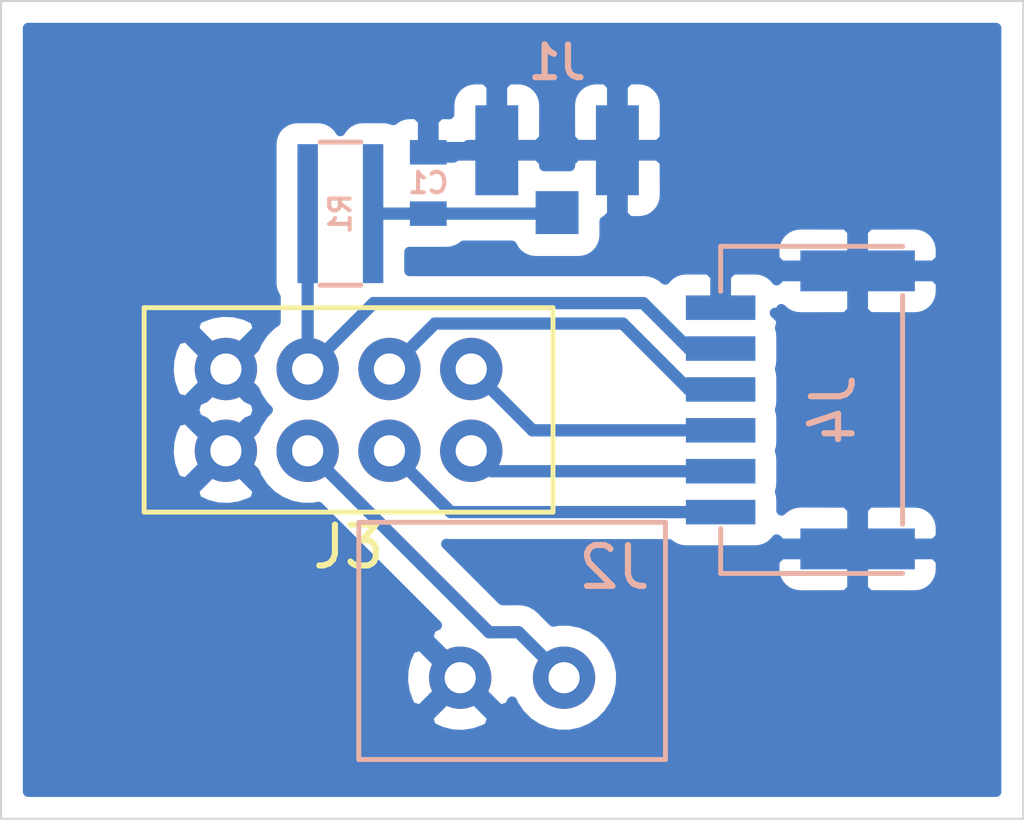
<source format=kicad_pcb>
(kicad_pcb (version 20171130) (host pcbnew "(5.1.6)-1")

  (general
    (thickness 1.6)
    (drawings 4)
    (tracks 20)
    (zones 0)
    (modules 6)
    (nets 9)
  )

  (page A4)
  (layers
    (0 F.Cu signal)
    (31 B.Cu signal)
    (32 B.Adhes user)
    (33 F.Adhes user)
    (34 B.Paste user)
    (35 F.Paste user)
    (36 B.SilkS user)
    (37 F.SilkS user)
    (38 B.Mask user)
    (39 F.Mask user)
    (40 Dwgs.User user)
    (41 Cmts.User user)
    (42 Eco1.User user)
    (43 Eco2.User user)
    (44 Edge.Cuts user)
    (45 Margin user)
    (46 B.CrtYd user)
    (47 F.CrtYd user)
    (48 B.Fab user)
    (49 F.Fab user)
  )

  (setup
    (last_trace_width 0.25)
    (user_trace_width 0.3)
    (trace_clearance 0.2)
    (zone_clearance 0.508)
    (zone_45_only no)
    (trace_min 0.2)
    (via_size 0.8)
    (via_drill 0.4)
    (via_min_size 0.4)
    (via_min_drill 0.3)
    (uvia_size 0.3)
    (uvia_drill 0.1)
    (uvias_allowed no)
    (uvia_min_size 0.2)
    (uvia_min_drill 0.1)
    (edge_width 0.05)
    (segment_width 0.2)
    (pcb_text_width 0.3)
    (pcb_text_size 1.5 1.5)
    (mod_edge_width 0.12)
    (mod_text_size 1 1)
    (mod_text_width 0.15)
    (pad_size 1 2.8)
    (pad_drill 0)
    (pad_to_mask_clearance 0.05)
    (aux_axis_origin 0 0)
    (visible_elements 7FFFFFFF)
    (pcbplotparams
      (layerselection 0x010fc_ffffffff)
      (usegerberextensions false)
      (usegerberattributes true)
      (usegerberadvancedattributes true)
      (creategerberjobfile true)
      (excludeedgelayer true)
      (linewidth 0.100000)
      (plotframeref false)
      (viasonmask false)
      (mode 1)
      (useauxorigin false)
      (hpglpennumber 1)
      (hpglpenspeed 20)
      (hpglpendiameter 15.000000)
      (psnegative false)
      (psa4output false)
      (plotreference true)
      (plotvalue true)
      (plotinvisibletext false)
      (padsonsilk false)
      (subtractmaskfromsilk false)
      (outputformat 1)
      (mirror false)
      (drillshape 1)
      (scaleselection 1)
      (outputdirectory ""))
  )

  (net 0 "")
  (net 1 "Net-(C1-Pad1)")
  (net 2 GND)
  (net 3 /Photodiode)
  (net 4 /CLK)
  (net 5 +5V)
  (net 6 +3V3)
  (net 7 /LE)
  (net 8 /DATA)

  (net_class Default "This is the default net class."
    (clearance 0.2)
    (trace_width 0.25)
    (via_dia 0.8)
    (via_drill 0.4)
    (uvia_dia 0.3)
    (uvia_drill 0.1)
    (add_net +3V3)
    (add_net +5V)
    (add_net /CLK)
    (add_net /DATA)
    (add_net /LE)
    (add_net /Photodiode)
    (add_net GND)
    (add_net "Net-(C1-Pad1)")
  )

  (module DiaSense_Connectors:U.FL (layer B.Cu) (tedit 605C94A6) (tstamp 6008E09C)
    (at 213.6 83.65 180)
    (path /6008B437)
    (fp_text reference J1 (at 0 2.15) (layer B.SilkS)
      (effects (font (size 0.8 0.8) (thickness 0.15)) (justify mirror))
    )
    (fp_text value Coax_L (at 0 -2.95) (layer B.Fab)
      (effects (font (size 1 1) (thickness 0.15)) (justify mirror))
    )
    (fp_line (start -2.1 2.15) (end 2.1 2.15) (layer B.CrtYd) (width 0.12))
    (fp_line (start 2.1 2.15) (end 2.1 -2.15) (layer B.CrtYd) (width 0.12))
    (fp_line (start 2.1 -2.15) (end 0.65 -2.15) (layer B.CrtYd) (width 0.12))
    (fp_line (start -2.1 2.15) (end -2.1 -2.15) (layer B.CrtYd) (width 0.12))
    (fp_line (start -2.1 -2.15) (end -0.65 -2.15) (layer B.CrtYd) (width 0.12))
    (pad 1 smd rect (at 0 -1.525 180) (size 1.05 1.05) (layers B.Cu B.Paste B.Mask)
      (net 1 "Net-(C1-Pad1)"))
    (pad 2 smd rect (at 1.475 0 180) (size 1.05 2.2) (layers B.Cu B.Paste B.Mask)
      (net 2 GND))
    (pad 2 smd rect (at -1.475 0 180) (size 1.05 2.2) (layers B.Cu B.Paste B.Mask)
      (net 2 GND))
    (model "C:/Users/Hans Kristian/Desktop/Projects/KiCAD_3D/U.FL.STEP"
      (at (xyz 0 0 0))
      (scale (xyz 1 1 1))
      (rotate (xyz -90 0 -90))
    )
  )

  (module DiaSense_Connectors:BM06B (layer B.Cu) (tedit 605C8C69) (tstamp 605BE050)
    (at 218.45 90 90)
    (path /605BC57F)
    (fp_text reference J4 (at 0 1.9 90) (layer B.SilkS)
      (effects (font (size 1 1) (thickness 0.15)) (justify mirror))
    )
    (fp_text value BM06B (at 0 -2.7 90) (layer B.Fab)
      (effects (font (size 1 1) (thickness 0.15)) (justify mirror))
    )
    (fp_line (start 4 -0.85) (end 4 3.6) (layer B.SilkS) (width 0.12))
    (fp_line (start 2.9 -0.85) (end 4 -0.85) (layer B.SilkS) (width 0.12))
    (fp_line (start 2.8 3.6) (end -2.8 3.6) (layer B.SilkS) (width 0.12))
    (fp_line (start -4 -0.85) (end -4 3.6) (layer B.SilkS) (width 0.12))
    (fp_line (start -4 -0.85) (end -2.9 -0.85) (layer B.SilkS) (width 0.12))
    (pad "" smd rect (at -3.4 2.5 90) (size 1 2.8) (layers B.Cu B.Paste B.Mask)
      (net 2 GND))
    (pad "" smd rect (at 3.4 2.5 90) (size 1 2.8) (layers B.Cu B.Paste B.Mask)
      (net 2 GND))
    (pad 6 smd rect (at 2.5 -0.85 90) (size 0.6 1.7) (layers B.Cu B.Paste B.Mask)
      (net 2 GND))
    (pad 5 smd rect (at 1.5 -0.85 90) (size 0.6 1.7) (layers B.Cu B.Paste B.Mask)
      (net 6 +3V3))
    (pad 4 smd rect (at 0.5 -0.85 90) (size 0.6 1.7) (layers B.Cu B.Paste B.Mask)
      (net 7 /LE))
    (pad 3 smd rect (at -0.5 -0.85 90) (size 0.6 1.7) (layers B.Cu B.Paste B.Mask)
      (net 8 /DATA))
    (pad 2 smd rect (at -1.5 -0.85 90) (size 0.6 1.7) (layers B.Cu B.Paste B.Mask)
      (net 4 /CLK))
    (pad 1 smd rect (at -2.5 -0.85 90) (size 0.6 1.7) (layers B.Cu B.Paste B.Mask)
      (net 5 +5V))
    (model "C:/Users/Hans Kristian/Desktop/Projects/KiCAD_3D/BM06B-NSHSS.STEP"
      (offset (xyz 0 1.5 0))
      (scale (xyz 1 1 1))
      (rotate (xyz -90 0 180))
    )
  )

  (module DiaSense_Connectors:B8B (layer F.Cu) (tedit 605C6B3B) (tstamp 605BE598)
    (at 208.5 90 180)
    (path /605B9FF4)
    (fp_text reference J3 (at 0 -3.35) (layer F.SilkS)
      (effects (font (size 1 1) (thickness 0.15)))
    )
    (fp_text value B8B (at 0 3.45) (layer F.Fab)
      (effects (font (size 1 1) (thickness 0.15)))
    )
    (fp_line (start 5 -2.5) (end 5 2.5) (layer F.SilkS) (width 0.12))
    (fp_line (start -5 -2.5) (end -5 2.5) (layer F.SilkS) (width 0.12))
    (fp_line (start -5 2.5) (end 5 2.5) (layer F.SilkS) (width 0.12))
    (fp_line (start 5 -2.5) (end -5 -2.5) (layer F.SilkS) (width 0.12))
    (pad 8 thru_hole circle (at 3 1 180) (size 1.524 1.524) (drill 0.762) (layers *.Cu *.Mask)
      (net 2 GND))
    (pad 7 thru_hole circle (at 1 1 180) (size 1.524 1.524) (drill 0.762) (layers *.Cu *.Mask)
      (net 6 +3V3))
    (pad 6 thru_hole circle (at -1 1 180) (size 1.524 1.524) (drill 0.762) (layers *.Cu *.Mask)
      (net 7 /LE))
    (pad 5 thru_hole circle (at -3 1 180) (size 1.524 1.524) (drill 0.762) (layers *.Cu *.Mask)
      (net 8 /DATA))
    (pad 4 thru_hole circle (at 3 -1 180) (size 1.524 1.524) (drill 0.762) (layers *.Cu *.Mask)
      (net 2 GND))
    (pad 3 thru_hole circle (at 1 -1 180) (size 1.524 1.524) (drill 0.762) (layers *.Cu *.Mask)
      (net 3 /Photodiode))
    (pad 2 thru_hole circle (at -1 -1 180) (size 1.524 1.524) (drill 0.762) (layers *.Cu *.Mask)
      (net 5 +5V))
    (pad 1 thru_hole circle (at -3 -1 180) (size 1.524 1.524) (drill 0.762) (layers *.Cu *.Mask)
      (net 4 /CLK))
    (model "C:/Users/Hans Kristian/Desktop/Projects/KiCAD_3D/B8B-PHDSS.STEP"
      (offset (xyz 0 0 0.05))
      (scale (xyz 1 1 1))
      (rotate (xyz -90 0 0))
    )
  )

  (module DiaSense_Resistors:1632_R (layer B.Cu) (tedit 605C6B67) (tstamp 605CB628)
    (at 208.3 85.2 270)
    (path /60091304)
    (fp_text reference R1 (at 0 0 270) (layer B.SilkS)
      (effects (font (size 0.5 0.5) (thickness 0.1)) (justify mirror))
    )
    (fp_text value 1R (at 0 -1.8 270) (layer B.Fab)
      (effects (font (size 1 1) (thickness 0.15)) (justify mirror))
    )
    (fp_line (start 1.75 0.5) (end 1.75 -0.5) (layer B.SilkS) (width 0.12))
    (fp_line (start -1.75 0.5) (end -1.75 -0.5) (layer B.SilkS) (width 0.12))
    (pad 2 smd rect (at 0 -0.8 90) (size 3.4 0.5) (layers B.Cu B.Paste B.Mask)
      (net 1 "Net-(C1-Pad1)"))
    (pad 1 smd rect (at 0 0.8 90) (size 3.4 0.5) (layers B.Cu B.Paste B.Mask)
      (net 6 +3V3))
    (model "C:/Users/Hans Kristian/Desktop/Projects/KiCAD_3D/SMD_1632_R.STEP"
      (at (xyz 0 0 0))
      (scale (xyz 1 1 1))
      (rotate (xyz -90 0 0))
    )
  )

  (module DiaSense_Connectors:JST_2_pin (layer B.Cu) (tedit 605C5E73) (tstamp 6008E0A6)
    (at 212.5 96.55 180)
    (path /6009CE7C)
    (fp_text reference J2 (at -2.5 2.7) (layer B.SilkS)
      (effects (font (size 1 1) (thickness 0.15)) (justify mirror))
    )
    (fp_text value JST_2 (at 0 -2.95) (layer B.Fab)
      (effects (font (size 1 1) (thickness 0.15)) (justify mirror))
    )
    (fp_line (start -3.75 3.8) (end 3.75 3.8) (layer B.SilkS) (width 0.12))
    (fp_line (start -3.75 -2) (end 3.75 -2) (layer B.SilkS) (width 0.12))
    (fp_line (start -3.75 3.8) (end -3.75 -2) (layer B.SilkS) (width 0.12))
    (fp_line (start 3.75 -2) (end 3.75 3.8) (layer B.SilkS) (width 0.12))
    (pad 2 thru_hole circle (at 1.27 0 180) (size 1.524 1.524) (drill 0.762) (layers *.Cu *.Mask)
      (net 2 GND))
    (pad 1 thru_hole circle (at -1.27 0 180) (size 1.524 1.524) (drill 0.762) (layers *.Cu *.Mask)
      (net 3 /Photodiode))
    (model "C:/Users/Hans Kristian/Desktop/Projects/KiCAD_3D/JST_2pin.STEP"
      (offset (xyz 0 0 0.1))
      (scale (xyz 1 1 1))
      (rotate (xyz -90 0 0))
    )
  )

  (module DiaSense_Capacitors:SMD_1608_C (layer B.Cu) (tedit 605C97F5) (tstamp 605BE007)
    (at 210.45 84.45)
    (path /605CB17F)
    (fp_text reference C1 (at 0 0) (layer B.SilkS)
      (effects (font (size 0.5 0.5) (thickness 0.1)) (justify mirror))
    )
    (fp_text value 1uF (at 0 -1.5) (layer B.Fab)
      (effects (font (size 0.5 0.5) (thickness 0.1)) (justify mirror))
    )
    (pad 2 smd rect (at 0 -0.75) (size 0.9 0.6) (layers B.Cu B.Paste B.Mask)
      (net 2 GND))
    (pad 1 smd rect (at 0 0.75) (size 0.9 0.6) (layers B.Cu B.Paste B.Mask)
      (net 1 "Net-(C1-Pad1)"))
    (model "C:/Users/Hans Kristian/Desktop/Projects/KiCAD_3D/SMD_1608_C.STEP"
      (at (xyz 0 0 0))
      (scale (xyz 1 1 1))
      (rotate (xyz -90 0 0))
    )
  )

  (gr_line (start 225 100) (end 225 80) (layer Edge.Cuts) (width 0.05) (tstamp 6008E1B7))
  (gr_line (start 200 100) (end 225 100) (layer Edge.Cuts) (width 0.05))
  (gr_line (start 200 80) (end 225 80) (layer Edge.Cuts) (width 0.05))
  (gr_line (start 200 80) (end 200 100) (layer Edge.Cuts) (width 0.05))

  (segment (start 209.1 85.2) (end 210.45 85.2) (width 0.3) (layer B.Cu) (net 1))
  (segment (start 210.45 85.2) (end 213.6 85.2) (width 0.3) (layer B.Cu) (net 1))
  (segment (start 211.937999 95.437999) (end 207.5 91) (width 0.3) (layer B.Cu) (net 3))
  (segment (start 212.657999 95.437999) (end 211.937999 95.437999) (width 0.3) (layer B.Cu) (net 3))
  (segment (start 213.77 96.55) (end 212.657999 95.437999) (width 0.3) (layer B.Cu) (net 3))
  (segment (start 212 91.5) (end 217.6 91.5) (width 0.3) (layer B.Cu) (net 4))
  (segment (start 211.5 91) (end 212 91.5) (width 0.3) (layer B.Cu) (net 4))
  (segment (start 211 92.5) (end 217.6 92.5) (width 0.3) (layer B.Cu) (net 5))
  (segment (start 209.5 91) (end 211 92.5) (width 0.3) (layer B.Cu) (net 5))
  (segment (start 207.5 89) (end 207.5 85.2) (width 0.3) (layer B.Cu) (net 6))
  (segment (start 216.819998 88.5) (end 217.6 88.5) (width 0.3) (layer B.Cu) (net 6))
  (segment (start 215.707987 87.387989) (end 216.819998 88.5) (width 0.3) (layer B.Cu) (net 6))
  (segment (start 209.112011 87.387989) (end 215.707987 87.387989) (width 0.3) (layer B.Cu) (net 6))
  (segment (start 207.5 89) (end 209.112011 87.387989) (width 0.3) (layer B.Cu) (net 6))
  (segment (start 210.612001 87.887999) (end 215.207997 87.887999) (width 0.3) (layer B.Cu) (net 7))
  (segment (start 216.819998 89.5) (end 217.6 89.5) (width 0.3) (layer B.Cu) (net 7))
  (segment (start 215.207997 87.887999) (end 216.819998 89.5) (width 0.3) (layer B.Cu) (net 7))
  (segment (start 209.5 89) (end 210.612001 87.887999) (width 0.3) (layer B.Cu) (net 7))
  (segment (start 213 90.5) (end 217.6 90.5) (width 0.3) (layer B.Cu) (net 8))
  (segment (start 211.5 89) (end 213 90.5) (width 0.3) (layer B.Cu) (net 8))

  (zone (net 2) (net_name GND) (layer B.Cu) (tstamp 0) (hatch edge 0.508)
    (connect_pads (clearance 0.508))
    (min_thickness 0.254)
    (fill yes (arc_segments 32) (thermal_gap 0.508) (thermal_bridge_width 0.508))
    (polygon
      (pts
        (xy 225 100) (xy 200 100) (xy 200 80) (xy 225 80)
      )
    )
    (filled_polygon
      (pts
        (xy 224.34 99.34) (xy 200.66 99.34) (xy 200.66 97.515565) (xy 210.44404 97.515565) (xy 210.51102 97.755656)
        (xy 210.760048 97.872756) (xy 211.027135 97.939023) (xy 211.302017 97.95191) (xy 211.574133 97.910922) (xy 211.833023 97.817636)
        (xy 211.94898 97.755656) (xy 212.01596 97.515565) (xy 211.23 96.729605) (xy 210.44404 97.515565) (xy 200.66 97.515565)
        (xy 200.66 96.622017) (xy 209.82809 96.622017) (xy 209.869078 96.894133) (xy 209.962364 97.153023) (xy 210.024344 97.26898)
        (xy 210.264435 97.33596) (xy 211.050395 96.55) (xy 210.264435 95.76404) (xy 210.024344 95.83102) (xy 209.907244 96.080048)
        (xy 209.840977 96.347135) (xy 209.82809 96.622017) (xy 200.66 96.622017) (xy 200.66 91.965565) (xy 204.71404 91.965565)
        (xy 204.78102 92.205656) (xy 205.030048 92.322756) (xy 205.297135 92.389023) (xy 205.572017 92.40191) (xy 205.844133 92.360922)
        (xy 206.103023 92.267636) (xy 206.21898 92.205656) (xy 206.28596 91.965565) (xy 205.5 91.179605) (xy 204.71404 91.965565)
        (xy 200.66 91.965565) (xy 200.66 91.072017) (xy 204.09809 91.072017) (xy 204.139078 91.344133) (xy 204.232364 91.603023)
        (xy 204.294344 91.71898) (xy 204.534435 91.78596) (xy 205.320395 91) (xy 204.534435 90.21404) (xy 204.294344 90.28102)
        (xy 204.177244 90.530048) (xy 204.110977 90.797135) (xy 204.09809 91.072017) (xy 200.66 91.072017) (xy 200.66 89.965565)
        (xy 204.71404 89.965565) (xy 204.723647 90) (xy 204.71404 90.034435) (xy 204.740687 90.061082) (xy 204.78102 90.205656)
        (xy 204.977786 90.298181) (xy 205.5 90.820395) (xy 206.024445 90.29595) (xy 206.103023 90.267636) (xy 206.21898 90.205656)
        (xy 206.259313 90.061082) (xy 206.28596 90.034435) (xy 206.276353 90) (xy 206.28596 89.965565) (xy 206.259313 89.938918)
        (xy 206.21898 89.794344) (xy 206.022214 89.701819) (xy 205.5 89.179605) (xy 204.975555 89.70405) (xy 204.896977 89.732364)
        (xy 204.78102 89.794344) (xy 204.740687 89.938918) (xy 204.71404 89.965565) (xy 200.66 89.965565) (xy 200.66 89.072017)
        (xy 204.09809 89.072017) (xy 204.139078 89.344133) (xy 204.232364 89.603023) (xy 204.294344 89.71898) (xy 204.534435 89.78596)
        (xy 205.320395 89) (xy 205.679605 89) (xy 206.205895 89.52629) (xy 206.261995 89.661727) (xy 206.41488 89.890535)
        (xy 206.524345 90) (xy 206.41488 90.109465) (xy 206.261995 90.338273) (xy 206.205895 90.47371) (xy 205.679605 91)
        (xy 206.205895 91.52629) (xy 206.261995 91.661727) (xy 206.41488 91.890535) (xy 206.609465 92.08512) (xy 206.838273 92.238005)
        (xy 207.09251 92.343314) (xy 207.362408 92.397) (xy 207.637592 92.397) (xy 207.762081 92.372238) (xy 210.660226 95.270383)
        (xy 210.626977 95.282364) (xy 210.51102 95.344344) (xy 210.44404 95.584435) (xy 211.23 96.370395) (xy 211.244143 96.356253)
        (xy 211.423748 96.535858) (xy 211.409605 96.55) (xy 212.195565 97.33596) (xy 212.435656 97.26898) (xy 212.499485 97.13324)
        (xy 212.531995 97.211727) (xy 212.68488 97.440535) (xy 212.879465 97.63512) (xy 213.108273 97.788005) (xy 213.36251 97.893314)
        (xy 213.632408 97.947) (xy 213.907592 97.947) (xy 214.17749 97.893314) (xy 214.431727 97.788005) (xy 214.660535 97.63512)
        (xy 214.85512 97.440535) (xy 215.008005 97.211727) (xy 215.113314 96.95749) (xy 215.167 96.687592) (xy 215.167 96.412408)
        (xy 215.113314 96.14251) (xy 215.008005 95.888273) (xy 214.85512 95.659465) (xy 214.660535 95.46488) (xy 214.431727 95.311995)
        (xy 214.17749 95.206686) (xy 213.907592 95.153) (xy 213.632408 95.153) (xy 213.50792 95.177762) (xy 213.240346 94.910189)
        (xy 213.215763 94.880235) (xy 213.096232 94.782137) (xy 212.959859 94.709245) (xy 212.811886 94.664358) (xy 212.69656 94.652999)
        (xy 212.696552 94.652999) (xy 212.657999 94.649202) (xy 212.619446 94.652999) (xy 212.263157 94.652999) (xy 211.510158 93.9)
        (xy 218.911928 93.9) (xy 218.924188 94.024482) (xy 218.960498 94.14418) (xy 219.019463 94.254494) (xy 219.098815 94.351185)
        (xy 219.195506 94.430537) (xy 219.30582 94.489502) (xy 219.425518 94.525812) (xy 219.55 94.538072) (xy 220.66425 94.535)
        (xy 220.823 94.37625) (xy 220.823 93.527) (xy 221.077 93.527) (xy 221.077 94.37625) (xy 221.23575 94.535)
        (xy 222.35 94.538072) (xy 222.474482 94.525812) (xy 222.59418 94.489502) (xy 222.704494 94.430537) (xy 222.801185 94.351185)
        (xy 222.880537 94.254494) (xy 222.939502 94.14418) (xy 222.975812 94.024482) (xy 222.988072 93.9) (xy 222.985 93.68575)
        (xy 222.82625 93.527) (xy 221.077 93.527) (xy 220.823 93.527) (xy 219.07375 93.527) (xy 218.915 93.68575)
        (xy 218.911928 93.9) (xy 211.510158 93.9) (xy 210.887916 93.277758) (xy 210.961439 93.285) (xy 210.961446 93.285)
        (xy 210.999999 93.288797) (xy 211.038552 93.285) (xy 216.340019 93.285) (xy 216.395506 93.330537) (xy 216.50582 93.389502)
        (xy 216.625518 93.425812) (xy 216.75 93.438072) (xy 218.45 93.438072) (xy 218.574482 93.425812) (xy 218.69418 93.389502)
        (xy 218.804494 93.330537) (xy 218.901185 93.251185) (xy 218.969136 93.168386) (xy 219.07375 93.273) (xy 220.823 93.273)
        (xy 220.823 92.42375) (xy 221.077 92.42375) (xy 221.077 93.273) (xy 222.82625 93.273) (xy 222.985 93.11425)
        (xy 222.988072 92.9) (xy 222.975812 92.775518) (xy 222.939502 92.65582) (xy 222.880537 92.545506) (xy 222.801185 92.448815)
        (xy 222.704494 92.369463) (xy 222.59418 92.310498) (xy 222.474482 92.274188) (xy 222.35 92.261928) (xy 221.23575 92.265)
        (xy 221.077 92.42375) (xy 220.823 92.42375) (xy 220.66425 92.265) (xy 219.55 92.261928) (xy 219.425518 92.274188)
        (xy 219.30582 92.310498) (xy 219.195506 92.369463) (xy 219.098815 92.448815) (xy 219.088072 92.461905) (xy 219.088072 92.2)
        (xy 219.075812 92.075518) (xy 219.052904 92) (xy 219.075812 91.924482) (xy 219.088072 91.8) (xy 219.088072 91.2)
        (xy 219.075812 91.075518) (xy 219.052904 91) (xy 219.075812 90.924482) (xy 219.088072 90.8) (xy 219.088072 90.2)
        (xy 219.075812 90.075518) (xy 219.052904 90) (xy 219.075812 89.924482) (xy 219.088072 89.8) (xy 219.088072 89.2)
        (xy 219.075812 89.075518) (xy 219.052904 89) (xy 219.075812 88.924482) (xy 219.088072 88.8) (xy 219.088072 88.2)
        (xy 219.075812 88.075518) (xy 219.052904 88) (xy 219.075812 87.924482) (xy 219.088072 87.8) (xy 219.085 87.78575)
        (xy 218.926252 87.627002) (xy 219.085 87.627002) (xy 219.085 87.534351) (xy 219.098815 87.551185) (xy 219.195506 87.630537)
        (xy 219.30582 87.689502) (xy 219.425518 87.725812) (xy 219.55 87.738072) (xy 220.66425 87.735) (xy 220.823 87.57625)
        (xy 220.823 86.727) (xy 221.077 86.727) (xy 221.077 87.57625) (xy 221.23575 87.735) (xy 222.35 87.738072)
        (xy 222.474482 87.725812) (xy 222.59418 87.689502) (xy 222.704494 87.630537) (xy 222.801185 87.551185) (xy 222.880537 87.454494)
        (xy 222.939502 87.34418) (xy 222.975812 87.224482) (xy 222.988072 87.1) (xy 222.985 86.88575) (xy 222.82625 86.727)
        (xy 221.077 86.727) (xy 220.823 86.727) (xy 219.07375 86.727) (xy 218.969136 86.831614) (xy 218.901185 86.748815)
        (xy 218.804494 86.669463) (xy 218.69418 86.610498) (xy 218.574482 86.574188) (xy 218.45 86.561928) (xy 217.88575 86.565)
        (xy 217.727 86.72375) (xy 217.727 87.373) (xy 217.747 87.373) (xy 217.747 87.561928) (xy 217.453 87.561928)
        (xy 217.453 87.373) (xy 217.473 87.373) (xy 217.473 86.72375) (xy 217.31425 86.565) (xy 216.75 86.561928)
        (xy 216.625518 86.574188) (xy 216.50582 86.610498) (xy 216.395506 86.669463) (xy 216.298815 86.748815) (xy 216.245586 86.813675)
        (xy 216.14622 86.732127) (xy 216.009847 86.659235) (xy 215.861874 86.614348) (xy 215.746548 86.602989) (xy 215.74654 86.602989)
        (xy 215.707987 86.599192) (xy 215.669434 86.602989) (xy 209.988072 86.602989) (xy 209.988072 86.136897) (xy 210 86.138072)
        (xy 210.9 86.138072) (xy 211.024482 86.125812) (xy 211.14418 86.089502) (xy 211.254494 86.030537) (xy 211.309981 85.985)
        (xy 212.493954 85.985) (xy 212.544463 86.079494) (xy 212.623815 86.176185) (xy 212.720506 86.255537) (xy 212.83082 86.314502)
        (xy 212.950518 86.350812) (xy 213.075 86.363072) (xy 214.125 86.363072) (xy 214.249482 86.350812) (xy 214.36918 86.314502)
        (xy 214.479494 86.255537) (xy 214.576185 86.176185) (xy 214.638708 86.1) (xy 218.911928 86.1) (xy 218.915 86.31425)
        (xy 219.07375 86.473) (xy 220.823 86.473) (xy 220.823 85.62375) (xy 221.077 85.62375) (xy 221.077 86.473)
        (xy 222.82625 86.473) (xy 222.985 86.31425) (xy 222.988072 86.1) (xy 222.975812 85.975518) (xy 222.939502 85.85582)
        (xy 222.880537 85.745506) (xy 222.801185 85.648815) (xy 222.704494 85.569463) (xy 222.59418 85.510498) (xy 222.474482 85.474188)
        (xy 222.35 85.461928) (xy 221.23575 85.465) (xy 221.077 85.62375) (xy 220.823 85.62375) (xy 220.66425 85.465)
        (xy 219.55 85.461928) (xy 219.425518 85.474188) (xy 219.30582 85.510498) (xy 219.195506 85.569463) (xy 219.098815 85.648815)
        (xy 219.019463 85.745506) (xy 218.960498 85.85582) (xy 218.924188 85.975518) (xy 218.911928 86.1) (xy 214.638708 86.1)
        (xy 214.655537 86.079494) (xy 214.714502 85.96918) (xy 214.750812 85.849482) (xy 214.763072 85.725) (xy 214.763072 85.385336)
        (xy 214.78925 85.385) (xy 214.948 85.22625) (xy 214.948 83.777) (xy 215.202 83.777) (xy 215.202 85.22625)
        (xy 215.36075 85.385) (xy 215.6 85.388072) (xy 215.724482 85.375812) (xy 215.84418 85.339502) (xy 215.954494 85.280537)
        (xy 216.051185 85.201185) (xy 216.130537 85.104494) (xy 216.189502 84.99418) (xy 216.225812 84.874482) (xy 216.238072 84.75)
        (xy 216.235 83.93575) (xy 216.07625 83.777) (xy 215.202 83.777) (xy 214.948 83.777) (xy 214.07375 83.777)
        (xy 213.915 83.93575) (xy 213.914618 84.036928) (xy 213.285382 84.036928) (xy 213.285 83.93575) (xy 213.12625 83.777)
        (xy 212.252 83.777) (xy 212.252 83.797) (xy 211.998 83.797) (xy 211.998 83.777) (xy 211.12375 83.777)
        (xy 211.07375 83.827) (xy 210.577 83.827) (xy 210.577 83.847) (xy 210.323 83.847) (xy 210.323 83.827)
        (xy 210.303 83.827) (xy 210.303 83.573) (xy 210.323 83.573) (xy 210.323 82.92375) (xy 210.577 82.92375)
        (xy 210.577 83.573) (xy 211.37625 83.573) (xy 211.42625 83.523) (xy 211.998 83.523) (xy 211.998 82.07375)
        (xy 212.252 82.07375) (xy 212.252 83.523) (xy 213.12625 83.523) (xy 213.285 83.36425) (xy 213.288072 82.55)
        (xy 213.911928 82.55) (xy 213.915 83.36425) (xy 214.07375 83.523) (xy 214.948 83.523) (xy 214.948 82.07375)
        (xy 215.202 82.07375) (xy 215.202 83.523) (xy 216.07625 83.523) (xy 216.235 83.36425) (xy 216.238072 82.55)
        (xy 216.225812 82.425518) (xy 216.189502 82.30582) (xy 216.130537 82.195506) (xy 216.051185 82.098815) (xy 215.954494 82.019463)
        (xy 215.84418 81.960498) (xy 215.724482 81.924188) (xy 215.6 81.911928) (xy 215.36075 81.915) (xy 215.202 82.07375)
        (xy 214.948 82.07375) (xy 214.78925 81.915) (xy 214.55 81.911928) (xy 214.425518 81.924188) (xy 214.30582 81.960498)
        (xy 214.195506 82.019463) (xy 214.098815 82.098815) (xy 214.019463 82.195506) (xy 213.960498 82.30582) (xy 213.924188 82.425518)
        (xy 213.911928 82.55) (xy 213.288072 82.55) (xy 213.275812 82.425518) (xy 213.239502 82.30582) (xy 213.180537 82.195506)
        (xy 213.101185 82.098815) (xy 213.004494 82.019463) (xy 212.89418 81.960498) (xy 212.774482 81.924188) (xy 212.65 81.911928)
        (xy 212.41075 81.915) (xy 212.252 82.07375) (xy 211.998 82.07375) (xy 211.83925 81.915) (xy 211.6 81.911928)
        (xy 211.475518 81.924188) (xy 211.35582 81.960498) (xy 211.245506 82.019463) (xy 211.148815 82.098815) (xy 211.069463 82.195506)
        (xy 211.010498 82.30582) (xy 210.974188 82.425518) (xy 210.961928 82.55) (xy 210.962751 82.768108) (xy 210.9 82.761928)
        (xy 210.73575 82.765) (xy 210.577 82.92375) (xy 210.323 82.92375) (xy 210.16425 82.765) (xy 210 82.761928)
        (xy 209.875518 82.774188) (xy 209.75582 82.810498) (xy 209.645506 82.869463) (xy 209.594982 82.910927) (xy 209.59418 82.910498)
        (xy 209.474482 82.874188) (xy 209.35 82.861928) (xy 208.85 82.861928) (xy 208.725518 82.874188) (xy 208.60582 82.910498)
        (xy 208.495506 82.969463) (xy 208.398815 83.048815) (xy 208.319463 83.145506) (xy 208.3 83.181918) (xy 208.280537 83.145506)
        (xy 208.201185 83.048815) (xy 208.104494 82.969463) (xy 207.99418 82.910498) (xy 207.874482 82.874188) (xy 207.75 82.861928)
        (xy 207.25 82.861928) (xy 207.125518 82.874188) (xy 207.00582 82.910498) (xy 206.895506 82.969463) (xy 206.798815 83.048815)
        (xy 206.719463 83.145506) (xy 206.660498 83.25582) (xy 206.624188 83.375518) (xy 206.611928 83.5) (xy 206.611928 86.9)
        (xy 206.624188 87.024482) (xy 206.660498 87.14418) (xy 206.715 87.246145) (xy 206.715 87.844363) (xy 206.609465 87.91488)
        (xy 206.41488 88.109465) (xy 206.261995 88.338273) (xy 206.205895 88.47371) (xy 205.679605 89) (xy 205.320395 89)
        (xy 204.534435 88.21404) (xy 204.294344 88.28102) (xy 204.177244 88.530048) (xy 204.110977 88.797135) (xy 204.09809 89.072017)
        (xy 200.66 89.072017) (xy 200.66 88.034435) (xy 204.71404 88.034435) (xy 205.5 88.820395) (xy 206.28596 88.034435)
        (xy 206.21898 87.794344) (xy 205.969952 87.677244) (xy 205.702865 87.610977) (xy 205.427983 87.59809) (xy 205.155867 87.639078)
        (xy 204.896977 87.732364) (xy 204.78102 87.794344) (xy 204.71404 88.034435) (xy 200.66 88.034435) (xy 200.66 80.66)
        (xy 224.340001 80.66)
      )
    )
  )
)

</source>
